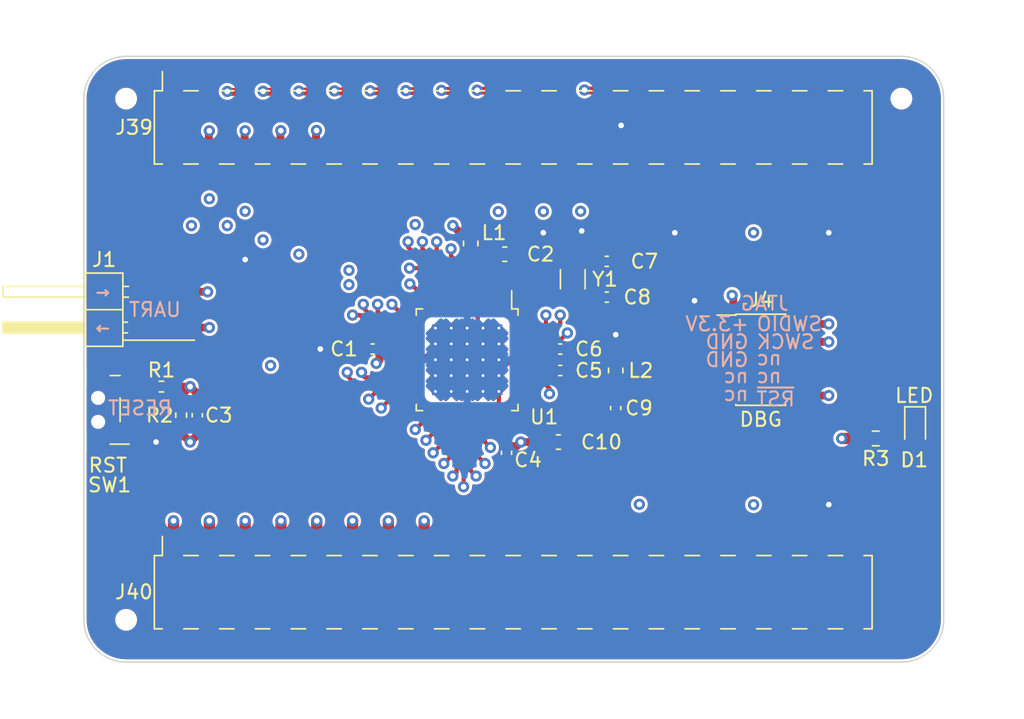
<source format=kicad_pcb>
(kicad_pcb (version 20211014) (generator pcbnew)
  (layers (0 "F.Cu" mixed "F.Cu.Gnd") (1 "In1.Cu" mixed "In1.Cu.SigPwr") (2 "In2.Cu" mixed "In2.Cu.SigPwr") (31 "B.Cu" mixed "B.Cu.Gnd") (34 "B.Paste" user) (35 "F.Paste" user) (36 "B.SilkS" user "B.Silkscreen") (37 "F.SilkS" user "F.Silkscreen") (38 "B.Mask" user) (39 "F.Mask" user) (44 "Edge.Cuts" user))
  (net 0 "")
  (net 1 "GND")
  (net 2 "/SHB")
  (net 3 "/GO")
  (net 4 "/NHB0")
  (net 5 "/MF")
  (net 6 "/NHB1")
  (net 7 "/YT")
  (net 8 "/NHB2")
  (net 9 "/NHB3")
  (net 10 "/NHB4")
  (net 11 "/NHB5")
  (net 12 "/NHB6")
  (net 13 "/NHB7")
  (net 14 "/PB0")
  (net 15 "/PB1")
  (net 16 "/PB2")
  (net 17 "/PB3")
  (net 18 "/PB4")
  (net 19 "/PB5")
  (net 20 "/PB6")
  (net 21 "/PB7")
  (net 22 "+3.3V")
  (net 24 "/VDDANA")
  (net 25 "/VDDCORE")
  (net 26 "Net-(D1-Pad2)")
  (net 27 "/TX")
  (net 28 "/RX")
  (net 29 "Net-(C7-Pad2)")
  (net 30 "Net-(C8-Pad2)")
  (net 33 "/VSW")
  (net 34 "Net-(R1-Pad1)")
  (net 35 "/LED")
  (net 47 "/SWDIO")
  (net 48 "/SWCLK")
  (net 107 "/~{RST}")
  (footprint "JLCPCB:JLCPCB_Mounting_Hole" (layer "F.Cu") (at 88.5 43.7)
    (fp_text reference "REF**" hide)
    (fp_text value "JLCPCB_Mounting_Hole")
    (pad "" np_thru_hole circle (at 0 0) (size 1.152 1.152) (drill 1.152) (layers F&B.Cu *.Mask))
  )
  (footprint "Resistor_SMD:R_0603_1608Metric" (layer "F.Cu") (at 86.6795 67.828 180)
    (fp_text reference "R3" (at 0 -1.43) (layer "F.SilkS"))
    (fp_text value "68Ω" hide)
    (pad "1" smd roundrect (at -0.825 0 180) (size 0.8 0.95) (layers "F.Cu" "F.Paste" "F.Mask") (net 26 "Net-(D1-Pad2)"))
    (pad "2" smd roundrect (at 0.825 0 180) (size 0.8 0.95) (layers "F.Cu" "F.Paste" "F.Mask") (net 35 "/LED"))
  )
  (footprint "Connector_PinSocket_2.54mm:PinSocket_2x20_P2.54mm_Vertical_SMD" (layer "F.Cu") (at 60.96 78.74 90)
    (fp_text reference "J40" (at 0.015 -26.91 180) (layer "F.SilkS"))
    (fp_text value "Conn_02x20_Odd_Even" hide)
    (pad "1" smd rect (at 2.52 -24.13 90) (size 3 1) (layers "F.Cu" "F.Paste" "F.Mask") (net 14 "/PB0"))
    (pad "2" smd rect (at -2.52 -24.13 90) (size 3 1) (layers "F.Cu" "F.Paste" "F.Mask"))
    (pad "3" smd rect (at 2.52 -21.59 90) (size 3 1) (layers "F.Cu" "F.Paste" "F.Mask") (net 15 "/PB1"))
    (pad "4" smd rect (at -2.52 -21.59 90) (size 3 1) (layers "F.Cu" "F.Paste" "F.Mask"))
    (pad "5" smd rect (at 2.52 -19.05 90) (size 3 1) (layers "F.Cu" "F.Paste" "F.Mask") (net 16 "/PB2"))
    (pad "6" smd rect (at -2.52 -19.05 90) (size 3 1) (layers "F.Cu" "F.Paste" "F.Mask"))
    (pad "7" smd rect (at 2.52 -16.51 90) (size 3 1) (layers "F.Cu" "F.Paste" "F.Mask") (net 17 "/PB3"))
    (pad "8" smd rect (at -2.52 -16.51 90) (size 3 1) (layers "F.Cu" "F.Paste" "F.Mask"))
    (pad "9" smd rect (at 2.52 -13.97 90) (size 3 1) (layers "F.Cu" "F.Paste" "F.Mask") (net 18 "/PB4"))
    (pad "10" smd rect (at -2.52 -13.97 90) (size 3 1) (layers "F.Cu" "F.Paste" "F.Mask"))
    (pad "11" smd rect (at 2.52 -11.43 90) (size 3 1) (layers "F.Cu" "F.Paste" "F.Mask") (net 19 "/PB5"))
    (pad "12" smd rect (at -2.52 -11.43 90) (size 3 1) (layers "F.Cu" "F.Paste" "F.Mask"))
    (pad "13" smd rect (at 2.52 -8.89 90) (size 3 1) (layers "F.Cu" "F.Paste" "F.Mask") (net 20 "/PB6"))
    (pad "14" smd rect (at -2.52 -8.89 90) (size 3 1) (layers "F.Cu" "F.Paste" "F.Mask"))
    (pad "15" smd rect (at 2.52 -6.35 90) (size 3 1) (layers "F.Cu" "F.Paste" "F.Mask") (net 21 "/PB7"))
    (pad "16" smd rect (at -2.52 -6.35 90) (size 3 1) (layers "F.Cu" "F.Paste" "F.Mask"))
    (pad "17" smd rect (at 2.52 -3.81 90) (size 3 1) (layers "F.Cu" "F.Paste" "F.Mask"))
    (pad "18" smd rect (at -2.52 -3.81 90) (size 3 1) (layers "F.Cu" "F.Paste" "F.Mask"))
    (pad "19" smd rect (at 2.52 -1.27 90) (size 3 1) (layers "F.Cu" "F.Paste" "F.Mask"))
    (pad "20" smd rect (at -2.52 -1.27 90) (size 3 1) (layers "F.Cu" "F.Paste" "F.Mask"))
    (pad "21" smd rect (at 2.52 1.27 90) (size 3 1) (layers "F.Cu" "F.Paste" "F.Mask"))
    (pad "22" smd rect (at -2.52 1.27 90) (size 3 1) (layers "F.Cu" "F.Paste" "F.Mask"))
    (pad "23" smd rect (at 2.52 3.81 90) (size 3 1) (layers "F.Cu" "F.Paste" "F.Mask"))
    (pad "24" smd rect (at -2.52 3.81 90) (size 3 1) (layers "F.Cu" "F.Paste" "F.Mask"))
    (pad "25" smd rect (at 2.52 6.35 90) (size 3 1) (layers "F.Cu" "F.Paste" "F.Mask"))
    (pad "26" smd rect (at -2.52 6.35 90) (size 3 1) (layers "F.Cu" "F.Paste" "F.Mask"))
    (pad "27" smd rect (at 2.52 8.89 90) (size 3 1) (layers "F.Cu" "F.Paste" "F.Mask"))
    (pad "28" smd rect (at -2.52 8.89 90) (size 3 1) (layers "F.Cu" "F.Paste" "F.Mask"))
    (pad "29" smd rect (at 2.52 11.43 90) (size 3 1) (layers "F.Cu" "F.Paste" "F.Mask"))
    (pad "30" smd rect (at -2.52 11.43 90) (size 3 1) (layers "F.Cu" "F.Paste" "F.Mask"))
    (pad "31" smd rect (at 2.52 13.97 90) (size 3 1) (layers "F.Cu" "F.Paste" "F.Mask"))
    (pad "32" smd rect (at -2.52 13.97 90) (size 3 1) (layers "F.Cu" "F.Paste" "F.Mask"))
    (pad "33" smd rect (at 2.52 16.51 90) (size 3 1) (layers "F.Cu" "F.Paste" "F.Mask"))
    (pad "34" smd rect (at -2.52 16.51 90) (size 3 1) (layers "F.Cu" "F.Paste" "F.Mask"))
    (pad "35" smd rect (at 2.52 19.05 90) (size 3 1) (layers "F.Cu" "F.Paste" "F.Mask"))
    (pad "36" smd rect (at -2.52 19.05 90) (size 3 1) (layers "F.Cu" "F.Paste" "F.Mask"))
    (pad "37" smd rect (at 2.52 21.59 90) (size 3 1) (layers "F.Cu" "F.Paste" "F.Mask"))
    (pad "38" smd rect (at -2.52 21.59 90) (size 3 1) (layers "F.Cu" "F.Paste" "F.Mask"))
    (pad "39" smd rect (at 2.52 24.13 90) (size 3 1) (layers "F.Cu" "F.Paste" "F.Mask"))
    (pad "40" smd rect (at -2.52 24.13 90) (size 3 1) (layers "F.Cu" "F.Paste" "F.Mask"))
  )
  (footprint "Capacitor_SMD:C_0402_1005Metric" (layer "F.Cu") (at 50.989 61.478 180)
    (fp_text reference "C1" (at 2.032 0) (layer "F.SilkS"))
    (fp_text value "100nF" hide)
    (pad "1" smd roundrect (at -0.48 0 180) (size 0.56 0.62) (layers "F.Cu" "F.Paste" "F.Mask") (net 22 "+3.3V"))
    (pad "2" smd roundrect (at 0.48 0 180) (size 0.56 0.62) (layers "F.Cu" "F.Paste" "F.Mask") (net 1 "GND"))
  )
  (footprint "Resistor_SMD:R_0402_1005Metric" (layer "F.Cu") (at 37.404 66.177 -90)
    (fp_text reference "R2" (at 0 1.524) (layer "F.SilkS"))
    (fp_text value "2.2kΩ" hide)
    (pad "1" smd roundrect (at -0.51 0 270) (size 0.54 0.64) (layers "F.Cu" "F.Paste" "F.Mask") (net 107 "/~{RST}"))
    (pad "2" smd roundrect (at 0.51 0 270) (size 0.54 0.64) (layers "F.Cu" "F.Paste" "F.Mask") (net 22 "+3.3V"))
  )
  (footprint "Capacitor_SMD:C_0402_1005Metric" (layer "F.Cu") (at 64.296 63.002)
    (fp_text reference "C5" (at 2.032 0) (layer "F.SilkS"))
    (fp_text value "100nF" hide)
    (pad "1" smd roundrect (at -0.48 0) (size 0.56 0.62) (layers "F.Cu" "F.Paste" "F.Mask") (net 25 "/VDDCORE"))
    (pad "2" smd roundrect (at 0.48 0) (size 0.56 0.62) (layers "F.Cu" "F.Paste" "F.Mask") (net 1 "GND"))
  )
  (footprint "Inductor_SMD:L_0603_1608Metric" (layer "F.Cu") (at 68.233 63.002 90)
    (fp_text reference "L2" (at 0 1.778 180) (layer "F.SilkS"))
    (fp_text value "10µH" hide)
    (pad "1" smd roundrect (at -0.7875 0 90) (size 0.875 0.95) (layers "F.Cu" "F.Paste" "F.Mask") (net 25 "/VDDCORE"))
    (pad "2" smd roundrect (at 0.7875 0 90) (size 0.875 0.95) (layers "F.Cu" "F.Paste" "F.Mask") (net 33 "/VSW"))
  )
  (footprint "Capacitor_SMD:C_0402_1005Metric" (layer "F.Cu") (at 68.233 65.669 -90)
    (fp_text reference "C9" (at 0 -1.651 180) (layer "F.SilkS"))
    (fp_text value "1µF" hide)
    (pad "1" smd roundrect (at -0.48 0 270) (size 0.56 0.62) (layers "F.Cu" "F.Paste" "F.Mask") (net 25 "/VDDCORE"))
    (pad "2" smd roundrect (at 0.48 0 270) (size 0.56 0.62) (layers "F.Cu" "F.Paste" "F.Mask") (net 1 "GND"))
  )
  (footprint "Capacitor_SMD:C_0402_1005Metric" (layer "F.Cu") (at 64.296 61.478)
    (fp_text reference "C6" (at 2.032 0) (layer "F.SilkS"))
    (fp_text value "100nF" hide)
    (pad "1" smd roundrect (at -0.48 0) (size 0.56 0.62) (layers "F.Cu" "F.Paste" "F.Mask") (net 22 "+3.3V"))
    (pad "2" smd roundrect (at 0.48 0) (size 0.56 0.62) (layers "F.Cu" "F.Paste" "F.Mask") (net 1 "GND"))
  )
  (footprint "LED_SMD:LED_0603_1608Metric" (layer "F.Cu") (at 89.4735 67.066 -90)
    (fp_text reference "D1" (at 2.286 0.0635) (layer "F.SilkS"))
    (fp_text value "LED" (at -2.286 0.0635) (layer "F.SilkS"))
    (pad "1" smd roundrect (at -0.7875 0 270) (size 0.875 0.95) (layers "F.Cu" "F.Paste" "F.Mask") (net 1 "GND"))
    (pad "2" smd roundrect (at 0.7875 0 270) (size 0.875 0.95) (layers "F.Cu" "F.Paste" "F.Mask") (net 26 "Net-(D1-Pad2)"))
  )
  (footprint "Capacitor_SMD:C_0402_1005Metric" (layer "F.Cu") (at 38.547 66.177 90)
    (fp_text reference "C3" (at 0 1.524) (layer "F.SilkS"))
    (fp_text value "100pF" hide)
    (pad "1" smd roundrect (at -0.48 0 90) (size 0.56 0.62) (layers "F.Cu" "F.Paste" "F.Mask") (net 22 "+3.3V"))
    (pad "2" smd roundrect (at 0.48 0 90) (size 0.56 0.62) (layers "F.Cu" "F.Paste" "F.Mask") (net 107 "/~{RST}"))
  )
  (footprint "Button_Switch_SMD_Custom:Shou_Han_TS24CA" (layer "F.Cu") (at 31.562 65.796 90)
    (fp_text reference "SW1" (at -5.334 0.762 unlocked) (layer "F.SilkS"))
    (fp_text value "RST" (at -3.937 0.635 unlocked) (layer "F.SilkS"))
    (pad "" np_thru_hole circle (at 0.85 -0.05 90) (size 0.6 0.6) (drill 0.6) (layers F&B.Cu *.Mask))
    (pad "" np_thru_hole circle (at -0.85 -0.05 90) (size 0.6 0.6) (drill 0.6) (layers F&B.Cu *.Mask))
    (pad "1" smd rect (at -1.675 1.5 90) (size 1.15 1.3) (layers "F.Cu" "F.Paste" "F.Mask") (net 1 "GND"))
    (pad "2" smd rect (at 1.675 1.5 90) (size 1.15 1.3) (layers "F.Cu" "F.Paste" "F.Mask") (net 34 "Net-(R1-Pad1)"))
    (pad "3" smd rect (at 2.3 -0.05 90) (size 0.9 1.2) (layers "F.Cu" "F.Paste" "F.Mask"))
    (pad "3" smd rect (at -2.3 -0.05 90) (size 0.9 1.2) (layers "F.Cu" "F.Paste" "F.Mask"))
  )
  (footprint "Connector_PinSocket_2.54mm:PinSocket_2x20_P2.54mm_Vertical_SMD" (layer "F.Cu") (at 60.96 45.7454 90)
    (fp_text reference "J39" (at 0 -26.9 180) (layer "F.SilkS"))
    (fp_text value "Conn_02x20_Odd_Even" hide)
    (pad "1" smd rect (at 2.52 -24.13 90) (size 3 1) (layers "F.Cu" "F.Paste" "F.Mask"))
    (pad "2" smd rect (at -2.52 -24.13 90) (size 3 1) (layers "F.Cu" "F.Paste" "F.Mask"))
    (pad "3" smd rect (at 2.52 -21.59 90) (size 3 1) (layers "F.Cu" "F.Paste" "F.Mask"))
    (pad "4" smd rect (at -2.52 -21.59 90) (size 3 1) (layers "F.Cu" "F.Paste" "F.Mask") (net 2 "/SHB"))
    (pad "5" smd rect (at 2.52 -19.05 90) (size 3 1) (layers "F.Cu" "F.Paste" "F.Mask") (net 4 "/NHB0"))
    (pad "6" smd rect (at -2.52 -19.05 90) (size 3 1) (layers "F.Cu" "F.Paste" "F.Mask") (net 3 "/GO"))
    (pad "7" smd rect (at 2.52 -16.51 90) (size 3 1) (layers "F.Cu" "F.Paste" "F.Mask") (net 6 "/NHB1"))
    (pad "8" smd rect (at -2.52 -16.51 90) (size 3 1) (layers "F.Cu" "F.Paste" "F.Mask") (net 5 "/MF"))
    (pad "9" smd rect (at 2.52 -13.97 90) (size 3 1) (layers "F.Cu" "F.Paste" "F.Mask") (net 8 "/NHB2"))
    (pad "10" smd rect (at -2.52 -13.97 90) (size 3 1) (layers "F.Cu" "F.Paste" "F.Mask") (net 7 "/YT"))
    (pad "11" smd rect (at 2.52 -11.43 90) (size 3 1) (layers "F.Cu" "F.Paste" "F.Mask") (net 9 "/NHB3"))
    (pad "12" smd rect (at -2.52 -11.43 90) (size 3 1) (layers "F.Cu" "F.Paste" "F.Mask"))
    (pad "13" smd rect (at 2.52 -8.89 90) (size 3 1) (layers "F.Cu" "F.Paste" "F.Mask") (net 10 "/NHB4"))
    (pad "14" smd rect (at -2.52 -8.89 90) (size 3 1) (layers "F.Cu" "F.Paste" "F.Mask"))
    (pad "15" smd rect (at 2.52 -6.35 90) (size 3 1) (layers "F.Cu" "F.Paste" "F.Mask") (net 11 "/NHB5"))
    (pad "16" smd rect (at -2.52 -6.35 90) (size 3 1) (layers "F.Cu" "F.Paste" "F.Mask"))
    (pad "17" smd rect (at 2.52 -3.81 90) (size 3 1) (layers "F.Cu" "F.Paste" "F.Mask") (net 12 "/NHB6"))
    (pad "18" smd rect (at -2.52 -3.81 90) (size 3 1) (layers "F.Cu" "F.Paste" "F.Mask"))
    (pad "19" smd rect (at 2.52 -1.27 90) (size 3 1) (layers "F.Cu" "F.Paste" "F.Mask") (net 13 "/NHB7"))
    (pad "20" smd rect (at -2.52 -1.27 90) (size 3 1) (layers "F.Cu" "F.Paste" "F.Mask"))
    (pad "21" smd rect (at 2.52 1.27 90) (size 3 1) (layers "F.Cu" "F.Paste" "F.Mask"))
    (pad "22" smd rect (at -2.52 1.27 90) (size 3 1) (layers "F.Cu" "F.Paste" "F.Mask"))
    (pad "23" smd rect (at 2.52 3.81 90) (size 3 1) (layers "F.Cu" "F.Paste" "F.Mask"))
    (pad "24" smd rect (at -2.52 3.81 90) (size 3 1) (layers "F.Cu" "F.Paste" "F.Mask"))
    (pad "25" smd rect (at 2.52 6.35 90) (size 3 1) (layers "F.Cu" "F.Paste" "F.Mask") (net 22 "+3.3V"))
    (pad "26" smd rect (at -2.52 6.35 90) (size 3 1) (layers "F.Cu" "F.Paste" "F.Mask") (net 1 "GND"))
    (pad "27" smd rect (at 2.52 8.89 90) (size 3 1) (layers "F.Cu" "F.Paste" "F.Mask"))
    (pad "28" smd rect (at -2.52 8.89 90) (size 3 1) (layers "F.Cu" "F.Paste" "F.Mask"))
    (pad "29" smd rect (at 2.52 11.43 90) (size 3 1) (layers "F.Cu" "F.Paste" "F.Mask"))
    (pad "30" smd rect (at -2.52 11.43 90) (size 3 1) (layers "F.Cu" "F.Paste" "F.Mask"))
    (pad "31" smd rect (at 2.52 13.97 90) (size 3 1) (layers "F.Cu" "F.Paste" "F.Mask"))
    (pad "32" smd rect (at -2.52 13.97 90) (size 3 1) (layers "F.Cu" "F.Paste" "F.Mask"))
    (pad "33" smd rect (at 2.52 16.51 90) (size 3 1) (layers "F.Cu" "F.Paste" "F.Mask"))
    (pad "34" smd rect (at -2.52 16.51 90) (size 3 1) (layers "F.Cu" "F.Paste" "F.Mask"))
    (pad "35" smd rect (at 2.52 19.05 90) (size 3 1) (layers "F.Cu" "F.Paste" "F.Mask"))
    (pad "36" smd rect (at -2.52 19.05 90) (size 3 1) (layers "F.Cu" "F.Paste" "F.Mask"))
    (pad "37" smd rect (at 2.52 21.59 90) (size 3 1) (layers "F.Cu" "F.Paste" "F.Mask"))
    (pad "38" smd rect (at -2.52 21.59 90) (size 3 1) (layers "F.Cu" "F.Paste" "F.Mask"))
    (pad "39" smd rect (at 2.52 24.13 90) (size 3 1) (layers "F.Cu" "F.Paste" "F.Mask"))
    (pad "40" smd rect (at -2.52 24.13 90) (size 3 1) (layers "F.Cu" "F.Paste" "F.Mask"))
  )
  (footprint "Crystal:Crystal_SMD_3215-2Pin_3.2x1.5mm" (layer "F.Cu") (at 65.185 56.525 90)
    (fp_text reference "Y1" (at 0 2.286 180) (layer "F.SilkS"))
    (fp_text value "32.768kHz" hide)
    (pad "1" smd rect (at 1.25 0 90) (size 1 1.8) (layers "F.Cu" "F.Paste" "F.Mask") (net 29 "Net-(C7-Pad2)"))
    (pad "2" smd rect (at -1.25 0 90) (size 1 1.8) (layers "F.Cu" "F.Paste" "F.Mask") (net 30 "Net-(C8-Pad2)"))
  )
  (footprint "JLCPCB:JLCPCB_Mounting_Hole" (layer "F.Cu") (at 33.5 80.7)
    (fp_text reference "REF**" hide)
    (fp_text value "JLCPCB_Mounting_Hole")
    (pad "" np_thru_hole circle (at 0 0) (size 1.152 1.152) (drill 1.152) (layers F&B.Cu *.Mask))
  )
  (footprint "Capacitor_SMD:C_0603_1608Metric" (layer "F.Cu") (at 64.169 68.082)
    (fp_text reference "C10" (at 3.048 0 180) (layer "F.SilkS"))
    (fp_text value "10µF" hide)
    (pad "1" smd roundrect (at -0.775 0) (size 0.9 0.95) (layers "F.Cu" "F.Paste" "F.Mask") (net 22 "+3.3V"))
    (pad "2" smd roundrect (at 0.775 0) (size 0.9 0.95) (layers "F.Cu" "F.Paste" "F.Mask") (net 1 "GND"))
  )
  (footprint "Resistor_SMD:R_0402_1005Metric" (layer "F.Cu") (at 36.007 64.145)
    (fp_text reference "R1" (at 0 -1.17) (layer "F.SilkS"))
    (fp_text value "330Ω" hide)
    (pad "1" smd roundrect (at -0.51 0) (size 0.54 0.64) (layers "F.Cu" "F.Paste" "F.Mask") (net 34 "Net-(R1-Pad1)"))
    (pad "2" smd roundrect (at 0.51 0) (size 0.54 0.64) (layers "F.Cu" "F.Paste" "F.Mask") (net 107 "/~{RST}"))
  )
  (footprint "Inductor_SMD:L_0603_1608Metric" (layer "F.Cu") (at 57.946 53.985 -90)
    (fp_text reference "L1" (at -0.762 -1.651 180) (layer "F.SilkS"))
    (fp_text value "10µH" hide)
    (pad "1" smd roundrect (at -0.7875 0 270) (size 0.875 0.95) (layers "F.Cu" "F.Paste" "F.Mask") (net 22 "+3.3V"))
    (pad "2" smd roundrect (at 0.7875 0 270) (size 0.875 0.95) (layers "F.Cu" "F.Paste" "F.Mask") (net 24 "/VDDANA"))
  )
  (footprint "Capacitor_SMD:C_0402_1005Metric" (layer "F.Cu") (at 67.598 55.255 180)
    (fp_text reference "C7" (at -2.667 0) (layer "F.SilkS"))
    (fp_text value "22pF" hide)
    (pad "1" smd roundrect (at -0.48 0 180) (size 0.56 0.62) (layers "F.Cu" "F.Paste" "F.Mask") (net 1 "GND"))
    (pad "2" smd roundrect (at 0.48 0 180) (size 0.56 0.62) (layers "F.Cu" "F.Paste" "F.Mask") (net 29 "Net-(C7-Pad2)"))
  )
  (footprint "Capacitor_SMD:C_0603_1608Metric" (layer "F.Cu") (at 60.359 54.747)
    (fp_text reference "C2" (at 2.54 0) (layer "F.SilkS"))
    (fp_text value "10µF" hide)
    (pad "1" smd roundrect (at -0.775 0) (size 0.9 0.95) (layers "F.Cu" "F.Paste" "F.Mask") (net 24 "/VDDANA"))
    (pad "2" smd roundrect (at 0.775 0) (size 0.9 0.95) (layers "F.Cu" "F.Paste" "F.Mask") (net 1 "GND"))
  )
  (footprint "Connector_PinHeader_2.54mm_Horizontal_SMD:Samtec_TSM-102-01-L-SH" (layer "F.Cu") (at 31.5874 58.684 180)
    (fp_text reference "J1" (at -0.3556 3.556) (layer "F.SilkS"))
    (fp_text value "UART")
    (pad "1" smd rect (at -5.17 -1.27 180) (size 3.18 1.27) (layers "F.Cu" "F.Paste" "F.Mask") (net 27 "/TX"))
    (pad "2" smd rect (at -5.17 1.27 180) (size 3.18 1.27) (layers "F.Cu" "F.Paste" "F.Mask") (net 28 "/RX"))
  )
  (footprint "Capacitor_SMD:C_0402_1005Metric" (layer "F.Cu") (at 67.598 57.795 180)
    (fp_text reference "C8" (at -2.159 0) (layer "F.SilkS"))
    (fp_text value "22pF" hide)
    (pad "1" smd roundrect (at -0.48 0 180) (size 0.56 0.62) (layers "F.Cu" "F.Paste" "F.Mask") (net 1 "GND"))
    (pad "2" smd roundrect (at 0.48 0 180) (size 0.56 0.62) (layers "F.Cu" "F.Paste" "F.Mask") (net 30 "Net-(C8-Pad2)"))
  )
  (footprint "Connector_PinHeader_1.27mm:PinHeader_2x05_P1.27mm_Vertical_SMD" (layer "F.Cu") (at 78.52 62.24)
    (fp_text reference "J4" (at 0 -4.235) (layer "F.SilkS"))
    (fp_text value "DBG" (at 0 4.235) (layer "F.SilkS"))
    (pad "1" smd rect (at -1.95 -2.54) (size 2.4 0.74) (layers "F.Cu" "F.Paste" "F.Mask") (net 22 "+3.3V"))
    (pad "2" smd rect (at 1.95 -2.54) (size 2.4 0.74) (layers "F.Cu" "F.Paste" "F.Mask") (net 47 "/SWDIO"))
    (pad "3" smd rect (at -1.95 -1.27) (size 2.4 0.74) (layers "F.Cu" "F.Paste" "F.Mask") (net 1 "GND"))
    (pad "4" smd rect (at 1.95 -1.27) (size 2.4 0.74) (layers "F.Cu" "F.Paste" "F.Mask") (net 48 "/SWCLK"))
    (pad "5" smd rect (at -1.95 0) (size 2.4 0.74) (layers "F.Cu" "F.Paste" "F.Mask") (net 1 "GND"))
    (pad "6" smd rect (at 1.95 0) (size 2.4 0.74) (layers "F.Cu" "F.Paste" "F.Mask"))
    (pad "7" smd rect (at -1.95 1.27) (size 2.4 0.74) (layers "F.Cu" "F.Paste" "F.Mask"))
    (pad "8" smd rect (at 1.95 1.27) (size 2.4 0.74) (layers "F.Cu" "F.Paste" "F.Mask"))
    (pad "9" smd rect (at -1.95 2.54) (size 2.4 0.74) (layers "F.Cu" "F.Paste" "F.Mask"))
    (pad "10" smd rect (at 1.95 2.54) (size 2.4 0.74) (layers "F.Cu" "F.Paste" "F.Mask") (net 107 "/~{RST}"))
  )
  (footprint "Capacitor_SMD:C_0402_1005Metric" (layer "F.Cu") (at 60.486 68.844 -90)
    (fp_text reference "C4" (at 0.508 -1.524 180) (layer "F.SilkS"))
    (fp_text value "100nF" hide)
    (pad "1" smd roundrect (at -0.48 0 270) (size 0.56 0.62) (layers "F.Cu" "F.Paste" "F.Mask") (net 22 "+3.3V"))
    (pad "2" smd roundrect (at 0.48 0 270) (size 0.56 0.62) (layers "F.Cu" "F.Paste" "F.Mask") (net 1 "GND"))
  )
  (footprint "JLCPCB:JLCPCB_Mounting_Hole" (layer "F.Cu") (at 33.5 43.7)
    (fp_text reference "REF**" hide)
    (fp_text value "JLCPCB_Mounting_Hole")
    (pad "" np_thru_hole circle (at 0 0) (size 1.152 1.152) (drill 1.152) (layers F&B.Cu *.Mask))
  )
  (footprint "Package_QFP:TQFP-48-1EP_7x7mm_P0.5mm_EP5x5mm_ThermalVias" (layer "F.Cu") (at 57.692 62.24 -90)
    (fp_text reference "U1" (at 4.064 -5.461) (layer "F.SilkS"))
    (fp_text value "ATSAML21G18B-AUT")
    (pad "1" smd roundrect (at -4.1625 -2.75 270) (size 1.475 0.3) (layers "F.Cu" "F.Paste" "F.Mask") (net 30 "Net-(C8-Pad2)"))
    (pad "2" smd roundrect (at -4.1625 -2.25 270) (size 1.475 0.3) (layers "F.Cu" "F.Paste" "F.Mask") (net 29 "Net-(C7-Pad2)"))
    (pad "3" smd roundrect (at -4.1625 -1.75 270) (size 1.475 0.3) (layers "F.Cu" "F.Paste" "F.Mask"))
    (pad "4" smd roundrect (at -4.1625 -1.25 270) (size 1.475 0.3) (layers "F.Cu" "F.Paste" "F.Mask"))
    (pad "5" smd roundrect (at -4.1625 -0.75 270) (size 1.475 0.3) (layers "F.Cu" "F.Paste" "F.Mask") (net 1 "GND"))
    (pad "6" smd roundrect (at -4.1625 -0.25 270) (size 1.475 0.3) (layers "F.Cu" "F.Paste" "F.Mask") (net 24 "/VDDANA"))
    (pad "7" smd roundrect (at -4.1625 0.25 270) (size 1.475 0.3) (layers "F.Cu" "F.Paste" "F.Mask") (net 2 "/SHB"))
    (pad "8" smd roundrect (at -4.1625 0.75 270) (size 1.475 0.3) (layers "F.Cu" "F.Paste" "F.Mask") (net 3 "/GO"))
    (pad "9" smd roundrect (at -4.1625 1.25 270) (size 1.475 0.3) (layers "F.Cu" "F.Paste" "F.Mask") (net 27 "/TX"))
    (pad "10" smd roundrect (at -4.1625 1.75 270) (size 1.475 0.3) (layers "F.Cu" "F.Paste" "F.Mask") (net 28 "/RX"))
    (pad "11" smd roundrect (at -4.1625 2.25 270) (size 1.475 0.3) (layers "F.Cu" "F.Paste" "F.Mask") (net 5 "/MF"))
    (pad "12" smd roundrect (at -4.1625 2.75 270) (size 1.475 0.3) (layers "F.Cu" "F.Paste" "F.Mask") (net 7 "/YT"))
    (pad "13" smd roundrect (at -2.75 4.1625 270) (size 0.3 1.475) (layers "F.Cu" "F.Paste" "F.Mask") (net 4 "/NHB0"))
    (pad "14" smd roundrect (at -2.25 4.1625 270) (size 0.3 1.475) (layers "F.Cu" "F.Paste" "F.Mask") (net 6 "/NHB1"))
    (pad "15" smd roundrect (at -1.75 4.1625 270) (size 0.3 1.475) (layers "F.Cu" "F.Paste" "F.Mask") (net 8 "/NHB2"))
    (pad "16" smd roundrect (at -1.25 4.1625 270) (size 0.3 1.475) (layers "F.Cu" "F.Paste" "F.Mask") (net 9 "/NHB3"))
    (pad "17" smd roundrect (at -0.75 4.1625 270) (size 0.3 1.475) (layers "F.Cu" "F.Paste" "F.Mask") (net 22 "+3.3V"))
    (pad "18" smd roundrect (at -0.25 4.1625 270) (size 0.3 1.475) (layers "F.Cu" "F.Paste" "F.Mask") (net 1 "GND"))
    (pad "19" smd roundrect (at 0.25 4.1625 270) (size 0.3 1.475) (layers "F.Cu" "F.Paste" "F.Mask"))
    (pad "20" smd roundrect (at 0.75 4.1625 270) (size 0.3 1.475) (layers "F.Cu" "F.Paste" "F.Mask"))
    (pad "21" smd roundrect (at 1.25 4.1625 270) (size 0.3 1.475) (layers "F.Cu" "F.Paste" "F.Mask") (net 10 "/NHB4"))
    (pad "22" smd roundrect (at 1.75 4.1625 270) (size 0.3 1.475) (layers "F.Cu" "F.Paste" "F.Mask") (net 11 "/NHB5"))
    (pad "23" smd roundrect (at 2.25 4.1625 270) (size 0.3 1.475) (layers "F.Cu" "F.Paste" "F.Mask") (net 12 "/NHB6"))
    (pad "24" smd roundrect (at 2.75 4.1625 270) (size 0.3 1.475) (layers "F.Cu" "F.Paste" "F.Mask") (net 13 "/NHB7"))
    (pad "25" smd roundrect (at 4.1625 2.75 270) (size 1.475 0.3) (layers "F.Cu" "F.Paste" "F.Mask") (net 14 "/PB0"))
    (pad "26" smd roundrect (at 4.1625 2.25 270) (size 1.475 0.3) (layers "F.Cu" "F.Paste" "F.Mask") (net 15 "/PB1"))
    (pad "27" smd roundrect (at 4.1625 1.75 270) (size 1.475 0.3) (layers "F.Cu" "F.Paste" "F.Mask") (net 16 "/PB2"))
    (pad "28" smd roundrect (at 4.1625 1.25 270) (size 1.475 0.3) (layers "F.Cu" "F.Paste" "F.Mask") (net 17 "/PB3"))
    (pad "29" smd roundrect (at 4.1625 0.75 270) (size 1.475 0.3) (layers "F.Cu" "F.Paste" "F.Mask") (net 18 "/PB4"))
    (pad "30" smd roundrect (at 4.1625 0.25 270) (size 1.475 0.3) (layers "F.Cu" "F.Paste" "F.Mask") (net 19 "/PB5"))
    (pad "31" smd roundrect (at 4.1625 -0.25 270) (size 1.475 0.3) (layers "F.Cu" "F.Paste" "F.Mask") (net 20 "/PB6"))
    (pad "32" smd roundrect (at 4.1625 -0.75 270) (size 1.475 0.3) (layers "F.Cu" "F.Paste" "F.Mask") (net 21 "/PB7"))
    (pad "33" smd roundrect (at 4.1625 -1.25 270) (size 1.475 0.3) (layers "F.Cu" "F.Paste" "F.Mask") (net 35 "/LED"))
    (pad "34" smd roundrect (at 4.1625 -1.75 270) (size 1.475 0.3) (layers "F.Cu" "F.Paste" "F.Mask"))
    (pad "35" smd roundrect (at 4.1625 -2.25 270) (size 1.475 0.3) (layers "F.Cu" "F.Paste" "F.Mask") (net 1 "GND"))
    (pad "36" smd roundrect (at 4.1625 -2.75 270) (size 1.475 0.3) (layers "F.Cu" "F.Paste" "F.Mask") (net 22 "+3.3V"))
    (pad "37" smd roundrect (at 2.75 -4.1625 270) (size 0.3 1.475) (layers "F.Cu" "F.Paste" "F.Mask"))
    (pad "38" smd roundrect (at 2.25 -4.1625 270) (size 0.3 1.475) (layers "F.Cu" "F.Paste" "F.Mask"))
    (pad "39" smd roundrect (at 1.75 -4.1625 270) (size 0.3 1.475) (layers "F.Cu" "F.Paste" "F.Mask"))
    (pad "40" smd roundrect (at 1.25 -4.1625 270) (size 0.3 1.475) (layers "F.Cu" "F.Paste" "F.Mask") (net 107 "/~{RST}"))
    (pad "41" smd roundrect (at 0.75 -4.1625 270) (size 0.3 1.475) (layers "F.Cu" "F.Paste" "F.Mask") (net 25 "/VDDCORE"))
    (pad "42" smd roundrect (at 0.25 -4.1625 270) (size 0.3 1.475) (layers "F.Cu" "F.Paste" "F.Mask") (net 1 "GND"))
    (pad "43" smd roundrect (at -0.25 -4.1625 270) (size 0.3 1.475) (layers "F.Cu" "F.Paste" "F.Mask") (net 33 "/VSW"))
    (pad "44" smd roundrect (at -0.75 -4.1625 270) (size 0.3 1.475) (layers "F.Cu" "F.Paste" "F.Mask") (net 22 "+3.3V"))
    (pad "45" smd roundrect (at -1.25 -4.1625 270) (size 0.3 1.475) (layers "F.Cu" "F.Paste" "F.Mask") (net 48 "/SWCLK"))
    (pad "46" smd roundrect (at -1.75 -4.1625 270) (size 0.3 1.475) (layers "F.Cu" "F.Paste" "F.Mask") (net 47 "/SWDIO"))
    (pad "47" smd roundrect (at -2.25 -4.1625 270) (size 0.3 1.475) (layers "F.Cu" "F.Paste" "F.Mask"))
    (pad "48" smd roundrect (at -2.75 -4.1625 270) (size 0.3 1.475) (layers "F.Cu" "F.Paste" "F.Mask"))
    (pad "49" thru_hole circle (at 2.25 -2.25 270) (size 0.5 0.5) (drill 0.2) (layers *.Cu) (net 1 "GND"))
    (pad "49" thru_hole circle (at 0 -1.125 270) (size 0.5 0.5) (drill 0.2) (layers *.Cu) (net 1 "GND"))
    (pad "49" thru_hole circle (at 0 1.125 270) (size 0.5 0.5) (drill 0.2) (layers *.Cu) (net 1 "GND"))
    (pad "49" thru_hole circle (at 0 -2.25 270) (size 0.5 0.5) (drill 0.2) (layers *.Cu) (net 1 "GND"))
    (pad "49" thru_hole circle (at 1.125 0 270) (size 0.5 0.5) (drill 0.2) (layers *.Cu) (net 1 "GND"))
    (pad "49" smd rect (at 0 0 270) (size 5 5) (layers "B.Cu") (net 1 "GND"))
    (pad "49" thru_hole circle (at -1.125 2.25 270) (size 0.5 0.5) (drill 0.2) (layers *.Cu) (net 1 "GND"))
    (pad "49" thru_hole circle (at 2.25 1.125 270) (size 0.5 0.5) (drill 0.2) (layers *.Cu) (net 1 "GND"))
    (pad "49" smd rect (at 0 0 270) (size 5 5) (layers "F.Cu" "F.Mask") (net 1 "GND"))
    (pad "49" thru_hole circle (at 1.125 2.25 270) (size 0.5 0.5) (drill 0.2) (layers *.Cu) (net 1 "GND"))
    (pad "49" thru_hole circle (at -1.125 -1.125 270) (size 0.5 0.5) (drill 0.2) (layers *.Cu) (net 1 "GND"))
    (pad "49" thru_hole circle (at 1.125 -1.125 270) (size 0.5 0.5) (drill 0.2) (layers *.Cu) (net 1 "GND"))
    (pad "49" thru_hole circle (at -2.25 -2.25 270) (size 0.5 0.5) (drill 0.2) (layers *.Cu) (net 1 "GND"))
    (pad "49" thru_hole circle (at 1.125 1.125 270) (size 0.5 0.5) (drill 0.2) (layers *.Cu) (net 1 "GND"))
    (pad "49" thru_hole circle (at -2.25 2.25 270) (size 0.5 0.5) (drill 0.2) (layers *.Cu) (net 1 "GND"))
    (pad "49" thru_hole circle (at 2.25 -1.125 270) (size 0.5 0.5) (drill 0.2) (layers *.Cu) (net 1 "GND"))
    (pad "49" thru_hole circle (at -2.25 -1.125 270) (size 0.5 0.5) (drill 0.2) (layers *.Cu) (net 1 "GND"))
    (pad "49" thru_hole circle (at -2.25 1.125 270) (size 0.5 0.5) (drill 0.2) (layers *.Cu) (net 1 "GND"))
    (pad "49" thru_hole circle (at 1.125 -2.25 270) (size 0.5 0.5) (drill 0.2) (layers *.Cu) (net 1 "GND"))
    (pad "49" thru_hole circle (at -1.125 1.125 270) (size 0.5 0.5) (drill 0.2) (layers *.Cu) (net 1 "GND"))
    (pad "49" thru_hole circle (at -1.125 -2.25 270) (size 0.5 0.5) (drill 0.2) (layers *.Cu) (net 1 "GND"))
    (pad "49" thru_hole circle (at -2.25 0 270) (size 0.5 0.5) (drill 0.2) (layers *.Cu) (net 1 "GND"))
    (pad "49" thru_hole circle (at 0 2.25 270) (size 0.5 0.5) (drill 0.2) (layers *.Cu) (net 1 "GND"))
    (pad "49" thru_hole circle (at -1.125 0 270) (size 0.5 0.5) (drill 0.2) (layers *.Cu) (net 1 "GND"))
    (pad "49" thru_hole circle (at 0 0 270) (size 0.5 0.5) (drill 0.2) (layers *.Cu) (net 1 "GND"))
    (pad "49" thru_hole circle (at 2.25 0 270) (size 0.5 0.5) (drill 0.2) (layers *.Cu) (net 1 "GND"))
    (pad "49" thru_hole circle (at 2.25 2.25 270) (size 0.5 0.5) (drill 0.2) (layers *.Cu) (net 1 "GND"))
  )
  (gr_line (start 33.5 40.7) (end 88.5 40.7) (layer "Edge.Cuts") (width 0.1))
  (gr_arc (start 30.5 43.7) (mid 31.37868 41.57868) (end 33.5 40.7) (layer "Edge.Cuts") (width 0.1))
  (gr_line (start 88.5 83.7) (end 33.5 83.7) (layer "Edge.Cuts") (width 0.1))
  (gr_arc (start 33.5 83.7) (mid 31.37868 82.82132) (end 30.5 80.7) (layer "Edge.Cuts") (width 0.1))
  (gr_arc (start 88.5 40.7) (mid 90.62132 41.57868) (end 91.5 43.7) (layer "Edge.Cuts") (width 0.1))
  (gr_line (start 30.5 80.7) (end 30.5 43.7) (layer "Edge.Cuts") (width 0.1))
  (gr_arc (start 91.5 80.7) (mid 90.62132 82.82132) (end 88.5 83.7) (layer "Edge.Cuts") (width 0.1))
  (gr_line (start 91.5 43.7) (end 91.5 80.7) (layer "Edge.Cuts") (width 0.1))
  (gr_text "nc" (at 78.12795 63.383) (layer "B.SilkS") (effects (font (size 1 1)) (justify right mirror)))
  (gr_text "SWCK" (at 78.134619 60.97) (layer "B.SilkS") (effects (font (size 1 1)) (justify right mirror)))
  (gr_text "RESET" (at 34.483 65.669) (layer "B.SilkS") (effects (font (size 1 1)) (justify mirror)))
  (gr_text "UART" (at 35.5498 58.684) (layer "B.SilkS") (effects (font (size 1 1)) (justify mirror)))
  (gr_text "+3.3V" (at 77.758 59.7) (layer "B.SilkS") (effects (font (size 1 1)) (justify left mirror)))
  (gr_text "GND" (at 77.754458 60.97) (layer "B.SilkS") (effects (font (size 1 1)) (justify left mirror)))
  (gr_text "nc" (at 77.741119 63.383) (layer "B.SilkS") (effects (font (size 1 1)) (justify left mirror)))
  (gr_text "←" (at 31.8414 57.414) (layer "B.SilkS") (effects (font (size 1 1)) (justify mirror)))
  (gr_text "GND" (at 77.747788 62.24) (layer "B.SilkS") (effects (font (size 1 1)) (justify left mirror)))
  (gr_text "SWDIO" (at 78.139 59.69333) (layer "B.SilkS") (effects (font (size 1 1)) (justify right mirror)))
  (gr_text "nc" (at 78.12795 62.113) (layer "B.SilkS") (effects (font (size 1 1)) (justify right mirror)))
  (gr_text "→" (at 31.8414 59.954) (layer "B.SilkS") (effects (font (size 1 1)) (justify mirror)))
  (gr_text "nc" (at 77.741119 64.653) (layer "B.SilkS") (effects (font (size 1 1)) (justify left mirror)))
  (gr_text "JTAG" (at 78.805 58.24) (layer "B.SilkS") (effects (font (size 1 1)) (justify mirror)))
  (gr_text "~{RST}" (at 78.12128 65.034) (layer "B.SilkS") (effects (font (size 1 1)) (justify right mirror)))
  (segment (start 60.228 62.49) (end 59.978 62.24) (width 0.3) (layer "F.Cu") (net 1))
  (segment (start 61.8545 62.49) (end 60.228 62.49) (width 0.3) (layer "F.Cu") (net 1))
  (segment (start 55.2068 61.99) (end 55.4568 62.24) (width 0.3) (layer "F.Cu") (net 1))
  (segment (start 58.442 59.6372) (end 58.8096 60.0048) (width 0.3) (layer "F.Cu") (net 1))
  (segment (start 59.942 66.4025) (end 59.942 64.562) (width 0.3) (layer "F.Cu") (net 1))
  (segment (start 58.442 58.0775) (end 58.442 59.6372) (width 0.3) (layer "F.Cu") (net 1))
  (segment (start 53.5295 61.99) (end 55.2068 61.99) (width 0.3) (layer "F.Cu") (net 1))
  (via (at 72.424 53.223) (size 0.8) (drill 0.4) (layers "F.Cu" "B.Cu") (net 1))
  (via (at 83.346 72.521825) (size 0.8) (drill 0.4) (layers "F.Cu" "B.Cu") (net 1))
  (via (at 63.094552 53.223) (size 0.8) (drill 0.4) (layers "F.Cu" "B.Cu") (net 1))
  (via (at 73.821 58.049) (size 0.8) (drill 0.4) (layers "F.Cu" "B.Cu") (net 1))
  (via (at 47.278 61.478) (size 0.8) (drill 0.4) (layers "F.Cu" "B.Cu") (net 1))
  (via (at 35.626 68.082) (size 0.8) (drill 0.4) (layers "F.Cu" "B.Cu") (net 1))
  (via (at 83.346 53.223) (size 0.8) (drill 0.4) (layers "F.Cu" "B.Cu") (net 1))
  (via (at 65.82 53.096) (size 0.8) (drill 0.4) (layers "F.Cu" "B.Cu") (net 1))
  (via (at 68.233 60.462) (size 0.8) (drill 0.4) (layers "F.Cu" "B.Cu") (net 1))
  (via (at 68.614 45.603) (size 0.8) (drill 0.4) (layers "F.Cu" "B.Cu") (net 1))
  (via (at 41.944 55.128) (size 0.8) (drill 0.4) (layers "F.Cu" "B.Cu") (net 1))
  (segment (start 39.37 48.2654) (end 39.37 46.018) (width 0.56) (layer "F.Cu") (net 2))
  (segment (start 57.442 58.0775) (end 57.442 55.767) (width 0.3) (layer "F.Cu") (net 2))
  (segment (start 56.549 54.874) (end 56.549 54.366) (width 0.3) (layer "F.Cu") (net 2))
  (segment (start 39.37 46.018) (end 39.404 45.984) (width 0.56) (layer "F.Cu") (net 2))
  (segment (start 57.442 55.767) (end 56.549 54.874) (width 0.3) (layer "F.Cu") (net 2))
  (via (at 56.549 54.366) (size 0.8) (drill 0.4) (layers "F.Cu" "B.Cu") (net 2))
  (via (at 39.404 50.81) (size 0.8) (drill 0.4) (layers "F.Cu" "B.Cu") (net 2))
  (via (at 39.404 45.984) (size 0.8) (drill 0.4) (layers "F.Cu" "B.Cu") (net 2))
  (segment (start 56.942 58.0775) (end 56.942 56.029) (width 0.3) (layer "F.Cu") (net 3))
  (segment (start 41.91 46.018) (end 41.944 45.984) (width 0.56) (layer "F.Cu") (net 3))
  (segment (start 41.91 48.2654) (end 41.91 46.018) (width 0.56) (layer "F.Cu") (net 3))
  (segment (start 55.533 54.62) (end 55.533 53.858) (width 0.3) (layer "F.Cu") (net 3))
  (segment (start 56.942 56.029) (end 55.533 54.62) (width 0.3) (layer "F.Cu") (net 3))
  (via (at 55.533 53.858) (size 0.8) (drill 0.4) (layers "F.Cu" "B.Cu") (net 3))
  (via (at 41.944 51.699) (size 0.8) (drill 0.4) (layers "F.Cu" "B.Cu") (net 3))
  (via (at 41.944 45.984) (size 0.8) (drill 0.4) (layers "F.Cu" "B.Cu") (net 3))
  (segment (start 53.5295 59.4745) (end 52.358 58.303) (width 0.3) (layer "F.Cu") (net 4))
  (segment (start 53.5295 59.49) (end 53.5295 59.4745) (width 0.3) (layer "F.Cu") (net 4))
  (segment (start 40.7094 43.2254) (end 40.674 43.19) (width 0.56) (layer "F.Cu") (net 4))
  (segment (start 41.91 43.2254) (end 40.7094 43.2254) (width 0.56) (layer "F.Cu") (net 4))
  (via (at 40.674 52.715) (size 0.8) (drill 0.4) (layers "F.Cu" "B.Cu") (net 4))
  (via (at 52.358 58.303) (size 0.8) (drill 0.4) (layers "F.Cu" "B.Cu") (net 4))
  (via (at 40.674 43.19) (size 0.8) (drill 0.4) (layers "F.Cu" "B.Cu") (net 4))
  (segment (start 44.440912 46.008249) (end 44.474912 45.974249) (width 0.56) (layer "F.Cu") (net 5))
  (segment (start 54.263 55.7376) (end 53.6026 55.7376) (width 0.3) (layer "F.Cu") (net 5))
  (segment (start 55.442 56.9166) (end 54.263 55.7376) (width 0.3) (layer "F.Cu") (net 5))
  (segment (start 44.440912 48.255649) (end 44.440912 46.008249) (width 0.56) (layer "F.Cu") (net 5))
  (segment (start 55.442 58.0775) (end 55.442 56.9166) (width 0.3) (layer "F.Cu") (net 5))
  (via (at 44.474912 45.974249) (size 0.8) (drill 0.4) (layers "F.Cu" "B.Cu") (net 5))
  (via (at 53.6026 55.7376) (size 0.8) (drill 0.4) (layers "F.Cu" "B.Cu") (net 5))
  (segment (start 53.5295 59.99) (end 52.521 59.99) (width 0.3) (layer "F.Cu") (net 6))
  (segment (start 52.521 59.99) (end 51.342 58.811) (width 0.3) (layer "F.Cu") (net 6))
  (segment (start 44.45 43.216268) (end 43.2494 43.216268) (width 0.56) (layer "F.Cu") (net 6))
  (segment (start 51.342 58.811) (end 51.342 58.303) (width 0.3) (layer "F.Cu") (net 6))
  (via (at 43.214 43.180868) (size 0.8) (drill 0.4) (layers "F.Cu" "B.Cu") (net 6))
  (via (at 51.342 58.303) (size 0.8) (drill 0.4) (layers "F.Cu" "B.Cu") (net 6))
  (via (at 43.214 53.731) (size 0.8) (drill 0.4) (layers "F.Cu" "B.Cu") (net 6))
  (segment (start 54.9265 58.0775) (end 53.628 56.779) (width 0.3) (layer "F.Cu") (net 7))
  (segment (start 46.971859 48.241588) (end 46.971859 45.994188) (width 0.56) (layer "F.Cu") (net 7))
  (segment (start 46.971859 45.994188) (end 47.005859 45.960188) (width 0.56) (layer "F.Cu") (net 7))
  (via (at 47.005859 45.960188) (size 0.8) (drill 0.4) (layers "F.Cu" "B.Cu") (net 7))
  (via (at 53.628 56.8552) (size 0.8) (drill 0.4) (layers "F.Cu" "B.Cu") (net 7))
  (segment (start 52.259 60.49) (end 50.326 58.557) (width 0.3) (layer "F.Cu") (net 8))
  (segment (start 46.987434 43.202141) (end 45.786834 43.202141) (width 0.56) (layer "F.Cu") (net 8))
  (segment (start 53.5295 60.49) (end 52.259 60.49) (width 0.3) (layer "F.Cu") (net 8))
  (via (at 45.751434 43.166741) (size 0.8) (drill 0.4) (layers "F.Cu" "B.Cu") (net 8))
  (via (at 50.326 58.303) (size 0.8) (drill 0.4) (layers "F.Cu" "B.Cu") (net 8))
  (via (at 45.754 54.747) (size 0.8) (drill 0.4) (layers "F.Cu" "B.Cu") (net 8))
  (segment (start 53.5295 60.99) (end 51.997 60.99) (width 0.3) (layer "F.Cu") (net 9))
  (segment (start 51.997 60.99) (end 50.072 59.065) (width 0.3) (layer "F.Cu") (net 9))
  (segment (start 49.51616 43.188014) (end 48.31556 43.188014) (width 0.56) (layer "F.Cu") (net 9))
  (segment (start 50.072 59.065) (end 49.564 59.065) (width 0.3) (layer "F.Cu") (net 9))
  (via (at 48.28016 43.152614) (size 0.8) (drill 0.4) (layers "F.Cu" "B.Cu") (net 9))
  (via (at 49.564 59.065) (size 0.8) (drill 0.4) (layers "F.Cu" "B.Cu") (net 9))
  (segment (start 53.5295 63.49) (end 50.433 63.49) (width 0.3) (layer "F.Cu") (net 10))
  (segment (start 50.433 63.49) (end 50.199 63.256) (width 0.3) (layer "F.Cu") (net 10))
  (segment (start 50.199 63.256) (end 50.199 63.129) (width 0.3) (layer "F.Cu") (net 10))
  (segment (start 52.051868 43.180868) (end 50.851268 43.180868) (width 0.56) (layer "F.Cu") (net 10))
  (via (at 50.815868 43.145468) (size 0.8) (drill 0.4) (layers "F.Cu" "B.Cu") (net 10))
  (via (at 50.199 63.129) (size 0.8) (drill 0.4) (layers "F.Cu" "B.Cu") (net 10))
  (segment (start 49.183 63.383) (end 49.183 63.129) (width 0.3) (layer "F.Cu") (net 11))
  (segment (start 49.79 63.99) (end 49.183 63.383) (width 0.3) (layer "F.Cu") (net 11))
  (segment (start 53.5295 63.99) (end 49.79 63.99) (width 0.3) (layer "F.Cu") (net 11))
  (segment (start 54.580594 43.166741) (end 53.379994 43.166741) (width 0.56) (layer "F.Cu") (net 11))
  (via (at 49.183 63.129) (size 0.8) (drill 0.4) (layers "F.Cu" "B.Cu") (net 11))
  (via (at 53.344594 43.131341) (size 0.8) (drill 0.4) (layers "F.Cu" "B.Cu") (net 11))
  (segment (start 53.5295 64.49) (end 51.251 64.49) (width 0.3) (layer "F.Cu") (net 12))
  (segment (start 57.109321 43.152614) (end 55.908721 43.152614) (width 0.56) (layer "F.Cu") (net 12))
  (segment (start 51.251 64.49) (end 50.707 65.034) (width 0.3) (layer "F.Cu") (net 12))
  (via (at 43.7474 62.6464) (size 0.8) (drill 0.4) (layers "F.Cu" "B.Cu") (net 12))
  (via (at 55.873321 43.117214) (size 0.8) (drill 0.4) (layers "F.Cu" "B.Cu") (net 12))
  (via (at 50.707 65.034) (size 0.8) (drill 0.4) (layers "F.Cu" "B.Cu") (net 12))
  (segment (start 53.5295 64.99) (end 52.275 64.99) (width 0.3) (layer "F.Cu") (net 13))
  (segment (start 52.275 64.99) (end 51.596 65.669) (width 0.3) (layer "F.Cu") (net 13))
  (segment (start 59.638047 43.138487) (end 58.437447 43.138487) (width 0.56) (layer "F.Cu") (net 13))
  (via (at 51.596 65.669) (size 0.8) (drill 0.4) (layers "F.Cu" "B.Cu") (net 13))
  (via (at 69.9094 72.5016) (size 0.8) (drill 0.4) (layers "F.Cu" "B.Cu") (net 13))
  (via (at 58.402047 43.103087) (size 0.8) (drill 0.4) (layers "F.Cu" "B.Cu") (net 13))
  (segment (start 54.942 66.4025) (end 54.7995 66.4025) (width 0.3) (layer "F.Cu") (net 14))
  (segment (start 36.864 73.67) (end 36.864 76.21) (width 0.8) (layer "F.Cu") (net 14))
  (segment (start 54.7995 66.4025) (end 54.009 67.193) (width 0.3) (layer "F.Cu") (net 14))
  (via (at 36.864 73.67) (size 0.8) (drill 0.4) (layers "F.Cu" "B.Cu") (net 14))
  (via (at 54.009 67.193) (size 0.8) (drill 0.4) (layers "F.Cu" "B.Cu") (net 14))
  (segment (start 55.442 67.284) (end 54.771 67.955) (width 0.3) (layer "F.Cu") (net 15))
  (segment (start 39.404 73.663366) (end 39.404 76.203366) (width 0.8) (layer "F.Cu") (net 15))
  (segment (start 55.442 66.4025) (end 55.442 67.284) (width 0.3) (layer "F.Cu") (net 15))
  (via (at 54.771 67.955) (size 0.8) (drill 0.4) (layers "F.Cu" "B.Cu") (net 15))
  (via (at 39.404 73.67) (size 0.8) (drill 0.4) (layers "F.Cu" "B.Cu") (net 15))
  (segment (start 55.942 68.181) (end 55.279 68.844) (width 0.3) (layer "F.Cu") (net 16))
  (segment (start 55.942 66.4025) (end 55.942 68.181) (width 0.3) (layer "F.Cu") (net 16))
  (segment (start 41.944 73.663366) (end 41.944 76.203366) (width 0.8) (layer "F.Cu") (net 16))
  (via (at 41.944 73.67) (size 0.8) (drill 0.4) (layers "F.Cu" "B.Cu") (net 16))
  (via (at 55.279 68.844) (size 0.8) (drill 0.4) (layers "F.Cu" "B.Cu") (net 16))
  (segment (start 44.484 73.663366) (end 44.484 76.203366) (width 0.8) (layer "F.Cu") (net 17))
  (segment (start 56.442 66.4025) (end 56.442 69.205) (width 0.3) (layer "F.Cu") (net 17))
  (segment (start 56.442 69.205) (end 56.041 69.606) (width 0.3) (layer "F.Cu") (net 17))
  (via (at 44.484 73.67) (size 0.8) (drill 0.4) (layers "F.Cu" "B.Cu") (net 17))
  (via (at 56.041 69.606) (size 0.8) (drill 0.4) (layers "F.Cu" "B.Cu") (net 17))
  (segment (start 47.024 73.67) (end 47.024 76.21) (width 0.8) (layer "F.Cu") (net 18))
  (segment (start 56.942 70.229) (end 56.676 70.495) (width 0.3) (layer "F.Cu") (net 18))
  (segment (start 56.942 66.4025) (end 56.942 70.229) (width 0.3) (layer "F.Cu") (net 18))
  (via (at 47.024 73.67) (size 0.8) (drill 0.4) (layers "F.Cu" "B.Cu") (net 18))
  (via (at 56.676 70.495) (size 0.8) (drill 0.4) (layers "F.Cu" "B.Cu") (net 18))
  (segment (start 49.564 73.67) (end 49.564 76.21) (width 0.8) (layer "F.Cu") (net 19))
  (segment (start 57.442 66.4025) (end 57.442 71.253) (width 0.3) (layer "F.Cu") (net 19))
  (via (at 57.438 71.257) (size 0.8) (drill 0.4) (layers "F.Cu" "B.Cu") (net 19))
  (via (at 49.564 73.67) (size 0.8) (drill 0.4) (layers "F.Cu" "B.Cu") (net 19))
  (segment (start 52.104 73.67) (end 52.104 76.21) (width 0.8) (layer "F.Cu") (net 20))
  (segment (start 57.942 70.11) (end 58.327 70.495) (width 0.3) (layer "F.Cu") (net 20))
  (segment (start 57.942 66.4025) (end 57.942 70.11) (width 0.3) (layer "F.Cu") (net 20))
  (via (at 58.327 70.495) (size 0.8) (drill 0.4) (layers "F.Cu" "B.Cu") (net 20))
  (via (at 52.104 73.67) (size 0.8) (drill 0.4) (layers "F.Cu" "B.Cu") (net 20))
  (segment (start 58.442 66.4025) (end 58.442 69.086) (width 0.3) (layer "F.Cu") (net 21))
  (segment (start 58.442 69.086) (end 58.962 69.606) (width 0.3) (layer "F.Cu") (net 21))
  (segment (start 54.644 73.67) (end 54.644 76.21) (width 0.8) (layer "F.Cu") (net 21))
  (via (at 58.962 69.606) (size 0.8) (drill 0.4) (layers "F.Cu" "B.Cu") (net 21))
  (via (at 54.644 73.67) (size 0.8) (drill 0.4) (layers "F.Cu" "B.Cu") (net 21))
  (segment (start 37.404 66.687) (end 37.404 67.447) (width 0.56) (layer "F.Cu") (net 22))
  (segment (start 63.816 61.478) (end 63.816 61.323) (width 0.3) (layer "F.Cu") (net 22))
  (segment (start 51.469 61.478) (end 51.469 62.268) (width 0.56) (layer "F.Cu") (net 22))
  (segment (start 76.57 57.75) (end 76.488 57.668) (width 0.56) (layer "F.Cu") (net 22))
  (segment (start 63.816 61.323) (end 64.804 60.335) (width 0.3) (layer "F.Cu") (net 22))
  (segment (start 60.442 68.292) (end 60.486 68.336) (width 0.3) (layer "F.Cu") (net 22))
  (segment (start 38.547 66.657) (end 38.547 67.574) (width 0.56) (layer "F.Cu") (net 22))
  (segment (start 63.394 68.082) (end 61.502 68.082) (width 0.56) (layer "F.Cu") (net 22))
  (segment (start 60.442 66.4025) (end 60.442 68.292) (width 0.3) (layer "F.Cu") (net 22))
  (segment (start 53.5295 61.49) (end 51.608 61.49) (width 0.3) (layer "F.Cu") (net 22))
  (segment (start 63.776 61.49) (end 63.788 61.478) (width 0.3) (layer "F.Cu") (net 22))
  (segment (start 67.252672 43.124361) (end 66.052072 43.124361) (width 0.56) (layer "F.Cu") (net 22))
  (segment (start 37.404 67.447) (end 38.039 68.082) (width 0.56) (layer "F.Cu") (net 22))
  (segment (start 76.57 59.7) (end 76.57 57.75) (width 0.56) (layer "F.Cu") (net 22))
  (segment (start 61.22 68.364) (end 61.502 68.082) (width 0.56) (layer "F.Cu") (net 22))
  (segment (start 51.469 62.268) (end 51.243 62.494) (width 0.56) (layer "F.Cu") (net 22))
  (segment (start 57.946 53.1975) (end 57.1585 53.1975) (width 0.56) (layer "F.Cu") (net 22))
  (segment (start 57.1585 53.1975) (end 56.676 52.715) (width 0.56) (layer "F.Cu") (net 22))
  (segment (start 61.8545 61.49) (end 63.776 61.49) (width 0.3) (layer "F.Cu") (net 22))
  (segment (start 60.486 68.364) (end 61.22 68.364) (width 0.56) (layer "F.Cu") (net 22))
  (segment (start 38.547 67.574) (end 38.039 68.082) (width 0.56) (layer "F.Cu") (net 22))
  (via (at 76.488 57.668) (size 0.8) (drill 0.4) (layers "F.Cu" "B.Cu") (net 22))
  (via (at 78.011463 72.527) (size 0.8) (drill 0.4) (layers "F.Cu" "B.Cu") (net 22))
  (via (at 54.009 52.6388) (size 0.8) (drill 0.4) (layers "F.Cu" "B.Cu") (net 22))
  (via (at 78.012 53.212912) (size 0.8) (drill 0.4) (layers "F.Cu" "B.Cu") (net 22))
  (via (at 64.804 60.335) (size 0.8) (drill 0.4) (layers "F.Cu" "B.Cu") (net 22))
  (via (at 61.502 68.082) (size 0.8) (drill 0.4) (layers "F.Cu" "B.Cu") (net 22))
  (via (at 38.134 52.715) (size 0.8) (drill 0.4) (layers "F.Cu" "B.Cu") (net 22))
  (via (at 56.676 52.715) (size 0.8) (drill 0.4) (layers "F.Cu" "B.Cu") (net 22))
  (via (at 51.243 62.494) (size 0.8) (drill 0.4) (layers "F.Cu" "B.Cu") (net 22))
  (via (at 65.7438 51.699815) (size 0.8) (drill 0.4) (layers "F.Cu" "B.Cu") (net 22))
  (via (at 38.039 68.082) (size 0.8) (drill 0.4) (layers "F.Cu" "B.Cu") (net 22))
  (via (at 63.1022 51.713325) (size 0.8) (drill 0.4) (layers "F.Cu" "B.Cu") (net 22))
  (via (at 66.016672 43.088961) (size 0.8) (drill 0.4) (layers "F.Cu" "B.Cu") (net 22))
  (via (at 59.9018 51.7244) (size 0.8) (drill 0.4) (layers "F.Cu" "B.Cu") (net 22))
  (segment (start 57.946 54.747) (end 59.5715 54.747) (width 0.56) (layer "F.Cu") (net 24))
  (segment (start 57.942 58.0775) (end 57.942 55.005) (width 0.3) (layer "F.Cu") (net 24))
  (segment (start 68.233 65.189) (end 68.233 63.891) (width 0.56) (layer "F.Cu") (net 25))
  (segment (start 63.816 63.411) (end 64.169 63.764) (width 0.3) (layer "F.Cu") (net 25))
  (segment (start 64.169 63.764) (end 68.233 63.764) (width 0.3) (layer "F.Cu") (net 25))
  (segment (start 61.8545 62.99) (end 63.776 62.99) (width 0.3) (layer "F.Cu") (net 25))
  (segment (start 63.816 63.002) (end 63.816 63.411) (width 0.3) (layer "F.Cu") (net 25))
  (segment (start 89.4735 67.8535) (end 87.594 67.8535) (width 0.8) (layer "F.Cu") (net 26))
  (segment (start 54.517 54.366) (end 54.517 53.858) (width 0.3) (layer "F.Cu") (net 27))
  (segment (start 39.404 59.954) (end 36.737 59.954) (width 0.56) (layer "F.Cu") (net 27))
  (segment (start 56.442 56.291) (end 54.517 54.366) (width 0.3) (layer "F.Cu") (net 27))
  (segment (start 56.442 58.0775) (end 56.442 56.291) (width 0.3) (layer "F.Cu") (net 27))
  (via (at 39.404 59.954) (size 0.8) (drill 0.4) (layers "F.Cu" "B.Cu") (net 27))
  (via (at 54.517 53.858) (size 0.8) (drill 0.4) (layers "F.Cu" "B.Cu") (net 27))
  (via (at 49.31 56.906) (size 0.8) (drill 0.4) (layers "F.Cu" "B.Cu") (net 27))
  (segment (start 39.277 57.414) (end 36.737 57.414) (width 0.56) (layer "F.Cu") (net 28))
  (segment (start 55.942 58.0775) (end 55.942 56.68) (width 0.3) (layer "F.Cu") (net 28))
  (segment (start 53.501 54.239) (end 53.501 53.858) (width 0.3) (layer "F.Cu") (net 28))
  (segment (start 55.942 56.68) (end 53.501 54.239) (width 0.3) (layer "F.Cu") (net 28))
  (via (at 49.31 55.89) (size 0.8) (drill 0.4) (layers "F.Cu" "B.Cu") (net 28))
  (via (at 39.277 57.414) (size 0.8) (drill 0.4) (layers "F.Cu" "B.Cu") (net 28))
  (via (at 53.501 53.858) (size 0.8) (drill 0.4) (layers "F.Cu" "B.Cu") (net 28))
  (segment (start 64.042 56.398) (end 65.185 55.255) (width 0.3) (layer "F.Cu") (net 29))
  (segment (start 59.942 56.942) (end 60.486 56.398) (width 0.3) (layer "F.Cu") (net 29))
  (segment (start 67.118 55.255) (end 65.185 55.255) (width 0.56) (layer "F.Cu") (net 29))
  (segment (start 59.942 58.0775) (end 59.942 56.942) (width 0.3) (layer "F.Cu") (net 29))
  (segment (start 60.486 56.398) (end 64.042 56.398) (width 0.3) (layer "F.Cu") (net 29))
  (segment (start 60.442 58.0775) (end 64.9025 58.0775) (width 0.3) (layer "F.Cu") (net 30))
  (segment (start 67.118 57.795) (end 65.185 57.795) (width 0.56) (layer "F.Cu") (net 30))
  (segment (start 63.28 62.24) (end 68.233 62.24) (width 0.3) (layer "F.Cu") (net 33))
  (segment (start 63.03 61.99) (end 63.28 62.24) (width 0.3) (layer "F.Cu") (net 33))
  (segment (start 61.8545 61.99) (end 63.03 61.99) (width 0.3) (layer "F.Cu") (net 33))
  (segment (start 35.497 64.145) (end 32.959 64.145) (width 0.56) (layer "F.Cu") (net 34))
  (segment (start 85.8545 67.828) (end 84.2665 67.828) (width 0.8) (layer "F.Cu") (net 35))
  (segment (start 58.942 68.062) (end 59.343 68.463) (width 0.3) (layer "F.Cu") (net 35))
  (segment (start 58.942 66.4025) (end 58.942 68.062) (width 0.3) (layer "F.Cu") (net 35))
  (via (at 59.343 68.463) (size 0.8) (drill 0.4) (layers "F.Cu" "B.Cu") (net 35))
  (via (at 84.2665 67.828) (size 0.8) (drill 0.4) (layers "F.Cu" "B.Cu") (net 35))
  (segment (start 61.8545 60.49) (end 62.744 60.49) (width 0.3) (layer "F.Cu") (net 47))
  (segment (start 80.47 59.7) (end 83.346 59.7) (width 0.56) (layer "F.Cu") (net 47))
  (segment (start 63.28 59.954) (end 63.28 59.065) (width 0.3) (layer "F.Cu") (net 47))
  (segment (start 62.744 60.49) (end 63.28 59.954) (width 0.3) (layer "F.Cu") (net 47))
  (via (at 83.346 59.7) (size 0.8) (drill 0.4) (layers "F.Cu" "B.Cu") (net 47))
  (via (at 63.28 59.065) (size 0.8) (drill 0.4) (layers "F.Cu" "B.Cu") (net 47))
  (segment (start 63.006 60.99) (end 64.296 59.7) (width 0.3) (layer "F.Cu") (net 48))
  (segment (start 61.8545 60.99) (end 63.006 60.99) (width 0.3) (layer "F.Cu") (net 48))
  (segment (start 80.47 60.97) (end 83.346 60.97) (width 0.56) (layer "F.Cu") (net 48))
  (segment (start 64.296 59.7) (end 64.296 59.065) (width 0.3) (layer "F.Cu") (net 48))
  (via (at 83.346 60.97) (size 0.8) (drill 0.4) (layers "F.Cu" "B.Cu") (net 48))
  (via (at 64.296 59.065) (size 0.8) (drill 0.4) (layers "F.Cu" "B.Cu") (net 48))
  (segment (start 80.47 64.78) (end 83.346 64.78) (width 0.56) (layer "F.Cu") (net 107))
  (segment (start 36.517 64.145) (end 38.039 64.145) (width 0.56) (layer "F.Cu") (net 107))
  (segment (start 63.534 64.272) (end 63.534 64.653) (width 0.3) (layer "F.Cu") (net 107))
  (segment (start 61.8545 63.49) (end 62.752 63.49) (width 0.3) (layer "F.Cu") (net 107))
  (segment (start 38.547 64.653) (end 38.547 65.669) (width 0.56) (layer "F.Cu") (net 107))
  (segment (start 37.404 64.78) (end 37.404 65.669) (width 0.56) (layer "F.Cu") (net 107))
  (segment (start 38.039 64.145) (end 38.547 64.653) (width 0.56) (layer "F.Cu") (net 107))
  (segment (start 62.752 63.49) (end 63.534 64.272) (width 0.3) (layer "F.Cu") (net 107))
  (segment (start 38.039 64.145) (end 37.404 64.78) (width 0.56) (layer "F.Cu") (net 107))
  (via (at 83.346 64.78) (size 0.8) (drill 0.4) (layers "F.Cu" "B.Cu") (net 107))
  (via (at 63.534 64.653) (size 0.8) (drill 0.4) (layers "F.Cu" "B.Cu") (net 107))
  (via (at 38.039 64.145) (size 0.8) (drill 0.4) (layers "F.Cu" "B.Cu") (net 107))
  (zone (net 1) (net_name "GND") (layer "F.Cu") (connect_pads (clearance 0)) (min_thickness 0.254) (fill yes (thermal_gap 0.508) (thermal_bridge_width 0.508))
    (polygon (pts (xy 92.305 86.24) (xy 29.305 86.24) (xy 29.305 38.24) (xy 92.305 38.24)))
  )
  (zone (net 1) (net_name "GND") (layer "B.Cu") (connect_pads (clearance 0)) (min_thickness 0.254) (fill yes (thermal_gap 0.508) (thermal_bridge_width 0.508))
    (polygon (pts (xy 93.805 87.74) (xy 27.805 87.74) (xy 27.805 36.7) (xy 93.805 36.74)))
  )
)
</source>
